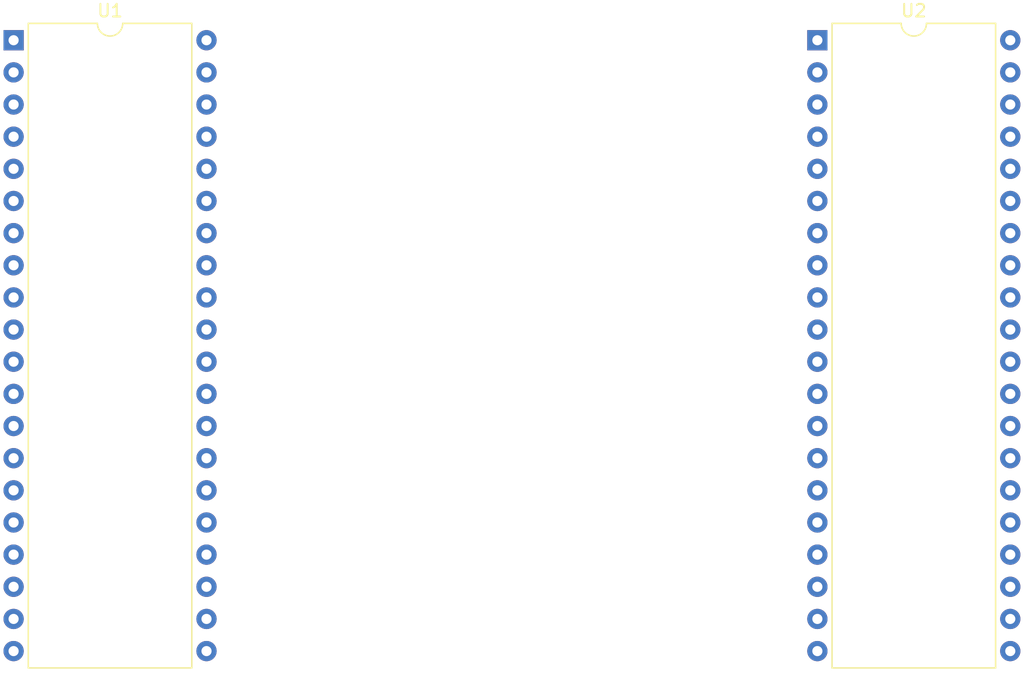
<source format=kicad_pcb>
(kicad_pcb (version 20211014) (generator pcbnew)
  (layers (0 "F.Cu" signal) (31 "B.Cu" signal) (34 "B.Paste" user) (35 "F.Paste" user) (36 "B.SilkS" user "B.Silkscreen") (37 "F.SilkS" user "F.Silkscreen") (38 "B.Mask" user) (39 "F.Mask" user) (44 "Edge.Cuts" user))
  (net 0 "")
  (net 2 "VDD")
  (net 8 "GND")
  (net 47 "/A0")
  (net 48 "/A1")
  (net 49 "/A2")
  (net 50 "/A3")
  (net 51 "/A4")
  (net 52 "/A5")
  (net 53 "/A6")
  (net 54 "/A7")
  (net 55 "/A8")
  (net 56 "/A9")
  (net 57 "/A10")
  (net 58 "/A11")
  (net 59 "/A12")
  (net 60 "/A13")
  (net 61 "/A14")
  (net 62 "/A15")
  (net 63 "/D7")
  (net 64 "/D6")
  (net 65 "/D5")
  (net 66 "/D4")
  (net 67 "/D3")
  (net 68 "/D2")
  (net 69 "/D1")
  (net 70 "/D0")
  (footprint "Package_DIP:DIP-40_W15.24mm" (layer "F.Cu") (at 111.76 58.42)
    (fp_text reference "U2" (at 7.62 -2.33) (layer "F.SilkS"))
    (fp_text value "W65C22NxP")
    (fp_line (start 14.08 49.59) (end 14.08 -1.33) (layer "F.SilkS") (width 0.12))
    (fp_line (start 1.16 49.59) (end 14.08 49.59) (layer "F.SilkS") (width 0.12))
    (fp_line (start 1.16 -1.33) (end 1.16 49.59) (layer "F.SilkS") (width 0.12))
    (fp_line (start 6.62 -1.33) (end 1.16 -1.33) (layer "F.SilkS") (width 0.12))
    (fp_line (start 14.08 -1.33) (end 8.62 -1.33) (layer "F.SilkS") (width 0.12))
    (fp_arc (start 8.62 -1.33) (mid 7.62 -0.33) (end 6.62 -1.33) (layer "F.SilkS") (width 0.12))
    (pad "1" thru_hole rect locked (at 0 0) (size 1.6 1.6) (drill 0.8) (layers *.Cu *.Mask) (net 8 "GND"))
    (pad "2" thru_hole oval locked (at 0 2.54) (size 1.6 1.6) (drill 0.8) (layers *.Cu *.Mask))
    (pad "3" thru_hole oval locked (at 0 5.08) (size 1.6 1.6) (drill 0.8) (layers *.Cu *.Mask))
    (pad "4" thru_hole oval locked (at 0 7.62) (size 1.6 1.6) (drill 0.8) (layers *.Cu *.Mask))
    (pad "5" thru_hole oval locked (at 0 10.16) (size 1.6 1.6) (drill 0.8) (layers *.Cu *.Mask))
    (pad "6" thru_hole oval locked (at 0 12.7) (size 1.6 1.6) (drill 0.8) (layers *.Cu *.Mask))
    (pad "7" thru_hole oval locked (at 0 15.24) (size 1.6 1.6) (drill 0.8) (layers *.Cu *.Mask))
    (pad "8" thru_hole oval locked (at 0 17.78) (size 1.6 1.6) (drill 0.8) (layers *.Cu *.Mask))
    (pad "9" thru_hole oval locked (at 0 20.32) (size 1.6 1.6) (drill 0.8) (layers *.Cu *.Mask))
    (pad "10" thru_hole oval locked (at 0 22.86) (size 1.6 1.6) (drill 0.8) (layers *.Cu *.Mask))
    (pad "11" thru_hole oval locked (at 0 25.4) (size 1.6 1.6) (drill 0.8) (layers *.Cu *.Mask))
    (pad "12" thru_hole oval locked (at 0 27.94) (size 1.6 1.6) (drill 0.8) (layers *.Cu *.Mask))
    (pad "13" thru_hole oval locked (at 0 30.48) (size 1.6 1.6) (drill 0.8) (layers *.Cu *.Mask))
    (pad "14" thru_hole oval locked (at 0 33.02) (size 1.6 1.6) (drill 0.8) (layers *.Cu *.Mask))
    (pad "15" thru_hole oval locked (at 0 35.56) (size 1.6 1.6) (drill 0.8) (layers *.Cu *.Mask))
    (pad "16" thru_hole oval locked (at 0 38.1) (size 1.6 1.6) (drill 0.8) (layers *.Cu *.Mask))
    (pad "17" thru_hole oval locked (at 0 40.64) (size 1.6 1.6) (drill 0.8) (layers *.Cu *.Mask))
    (pad "18" thru_hole oval locked (at 0 43.18) (size 1.6 1.6) (drill 0.8) (layers *.Cu *.Mask))
    (pad "19" thru_hole oval locked (at 0 45.72) (size 1.6 1.6) (drill 0.8) (layers *.Cu *.Mask))
    (pad "20" thru_hole oval locked (at 0 48.26) (size 1.6 1.6) (drill 0.8) (layers *.Cu *.Mask) (net 2 "VDD"))
    (pad "21" thru_hole oval locked (at 15.24 48.26) (size 1.6 1.6) (drill 0.8) (layers *.Cu *.Mask))
    (pad "22" thru_hole oval locked (at 15.24 45.72) (size 1.6 1.6) (drill 0.8) (layers *.Cu *.Mask))
    (pad "23" thru_hole oval locked (at 15.24 43.18) (size 1.6 1.6) (drill 0.8) (layers *.Cu *.Mask))
    (pad "24" thru_hole oval locked (at 15.24 40.64) (size 1.6 1.6) (drill 0.8) (layers *.Cu *.Mask))
    (pad "25" thru_hole oval locked (at 15.24 38.1) (size 1.6 1.6) (drill 0.8) (layers *.Cu *.Mask))
    (pad "26" thru_hole oval locked (at 15.24 35.56) (size 1.6 1.6) (drill 0.8) (layers *.Cu *.Mask) (net 63 "/D7"))
    (pad "27" thru_hole oval locked (at 15.24 33.02) (size 1.6 1.6) (drill 0.8) (layers *.Cu *.Mask) (net 64 "/D6"))
    (pad "28" thru_hole oval locked (at 15.24 30.48) (size 1.6 1.6) (drill 0.8) (layers *.Cu *.Mask) (net 65 "/D5"))
    (pad "29" thru_hole oval locked (at 15.24 27.94) (size 1.6 1.6) (drill 0.8) (layers *.Cu *.Mask) (net 66 "/D4"))
    (pad "30" thru_hole oval locked (at 15.24 25.4) (size 1.6 1.6) (drill 0.8) (layers *.Cu *.Mask) (net 67 "/D3"))
    (pad "31" thru_hole oval locked (at 15.24 22.86) (size 1.6 1.6) (drill 0.8) (layers *.Cu *.Mask) (net 68 "/D2"))
    (pad "32" thru_hole oval locked (at 15.24 20.32) (size 1.6 1.6) (drill 0.8) (layers *.Cu *.Mask) (net 69 "/D1"))
    (pad "33" thru_hole oval locked (at 15.24 17.78) (size 1.6 1.6) (drill 0.8) (layers *.Cu *.Mask) (net 70 "/D0"))
    (pad "34" thru_hole oval locked (at 15.24 15.24) (size 1.6 1.6) (drill 0.8) (layers *.Cu *.Mask))
    (pad "35" thru_hole oval locked (at 15.24 12.7) (size 1.6 1.6) (drill 0.8) (layers *.Cu *.Mask))
    (pad "36" thru_hole oval locked (at 15.24 10.16) (size 1.6 1.6) (drill 0.8) (layers *.Cu *.Mask))
    (pad "37" thru_hole oval locked (at 15.24 7.62) (size 1.6 1.6) (drill 0.8) (layers *.Cu *.Mask))
    (pad "38" thru_hole oval locked (at 15.24 5.08) (size 1.6 1.6) (drill 0.8) (layers *.Cu *.Mask))
    (pad "39" thru_hole oval locked (at 15.24 2.54) (size 1.6 1.6) (drill 0.8) (layers *.Cu *.Mask))
    (pad "40" thru_hole oval locked (at 15.24 0) (size 1.6 1.6) (drill 0.8) (layers *.Cu *.Mask))
  )
  (footprint "Package_DIP:DIP-40_W15.24mm" (layer "F.Cu") (at 48.26 58.42)
    (fp_text reference "U1" (at 7.62 -2.33) (layer "F.SilkS"))
    (fp_text value "W65C02SxP")
    (fp_line (start 6.62 -1.33) (end 1.16 -1.33) (layer "F.SilkS") (width 0.12))
    (fp_line (start 14.08 -1.33) (end 8.62 -1.33) (layer "F.SilkS") (width 0.12))
    (fp_line (start 14.08 49.59) (end 14.08 -1.33) (layer "F.SilkS") (width 0.12))
    (fp_line (start 1.16 -1.33) (end 1.16 49.59) (layer "F.SilkS") (width 0.12))
    (fp_line (start 1.16 49.59) (end 14.08 49.59) (layer "F.SilkS") (width 0.12))
    (fp_arc (start 8.62 -1.33) (mid 7.62 -0.33) (end 6.62 -1.33) (layer "F.SilkS") (width 0.12))
    (pad "1" thru_hole rect locked (at 0 0) (size 1.6 1.6) (drill 0.8) (layers *.Cu *.Mask))
    (pad "2" thru_hole oval locked (at 0 2.54) (size 1.6 1.6) (drill 0.8) (layers *.Cu *.Mask))
    (pad "3" thru_hole oval locked (at 0 5.08) (size 1.6 1.6) (drill 0.8) (layers *.Cu *.Mask))
    (pad "4" thru_hole oval locked (at 0 7.62) (size 1.6 1.6) (drill 0.8) (layers *.Cu *.Mask))
    (pad "5" thru_hole oval locked (at 0 10.16) (size 1.6 1.6) (drill 0.8) (layers *.Cu *.Mask))
    (pad "6" thru_hole oval locked (at 0 12.7) (size 1.6 1.6) (drill 0.8) (layers *.Cu *.Mask))
    (pad "7" thru_hole oval locked (at 0 15.24) (size 1.6 1.6) (drill 0.8) (layers *.Cu *.Mask))
    (pad "8" thru_hole oval locked (at 0 17.78) (size 1.6 1.6) (drill 0.8) (layers *.Cu *.Mask) (net 2 "VDD"))
    (pad "9" thru_hole oval locked (at 0 20.32) (size 1.6 1.6) (drill 0.8) (layers *.Cu *.Mask) (net 47 "/A0"))
    (pad "10" thru_hole oval locked (at 0 22.86) (size 1.6 1.6) (drill 0.8) (layers *.Cu *.Mask) (net 48 "/A1"))
    (pad "11" thru_hole oval locked (at 0 25.4) (size 1.6 1.6) (drill 0.8) (layers *.Cu *.Mask) (net 49 "/A2"))
    (pad "12" thru_hole oval locked (at 0 27.94) (size 1.6 1.6) (drill 0.8) (layers *.Cu *.Mask) (net 50 "/A3"))
    (pad "13" thru_hole oval locked (at 0 30.48) (size 1.6 1.6) (drill 0.8) (layers *.Cu *.Mask) (net 51 "/A4"))
    (pad "14" thru_hole oval locked (at 0 33.02) (size 1.6 1.6) (drill 0.8) (layers *.Cu *.Mask) (net 52 "/A5"))
    (pad "15" thru_hole oval locked (at 0 35.56) (size 1.6 1.6) (drill 0.8) (layers *.Cu *.Mask) (net 53 "/A6"))
    (pad "16" thru_hole oval locked (at 0 38.1) (size 1.6 1.6) (drill 0.8) (layers *.Cu *.Mask) (net 54 "/A7"))
    (pad "17" thru_hole oval locked (at 0 40.64) (size 1.6 1.6) (drill 0.8) (layers *.Cu *.Mask) (net 55 "/A8"))
    (pad "18" thru_hole oval locked (at 0 43.18) (size 1.6 1.6) (drill 0.8) (layers *.Cu *.Mask) (net 56 "/A9"))
    (pad "19" thru_hole oval locked (at 0 45.72) (size 1.6 1.6) (drill 0.8) (layers *.Cu *.Mask) (net 57 "/A10"))
    (pad "20" thru_hole oval locked (at 0 48.26) (size 1.6 1.6) (drill 0.8) (layers *.Cu *.Mask) (net 58 "/A11"))
    (pad "21" thru_hole oval locked (at 15.24 48.26) (size 1.6 1.6) (drill 0.8) (layers *.Cu *.Mask) (net 8 "GND"))
    (pad "22" thru_hole oval locked (at 15.24 45.72) (size 1.6 1.6) (drill 0.8) (layers *.Cu *.Mask) (net 59 "/A12"))
    (pad "23" thru_hole oval locked (at 15.24 43.18) (size 1.6 1.6) (drill 0.8) (layers *.Cu *.Mask) (net 60 "/A13"))
    (pad "24" thru_hole oval locked (at 15.24 40.64) (size 1.6 1.6) (drill 0.8) (layers *.Cu *.Mask) (net 61 "/A14"))
    (pad "25" thru_hole oval locked (at 15.24 38.1) (size 1.6 1.6) (drill 0.8) (layers *.Cu *.Mask) (net 62 "/A15"))
    (pad "26" thru_hole oval locked (at 15.24 35.56) (size 1.6 1.6) (drill 0.8) (layers *.Cu *.Mask) (net 63 "/D7"))
    (pad "27" thru_hole oval locked (at 15.24 33.02) (size 1.6 1.6) (drill 0.8) (layers *.Cu *.Mask) (net 64 "/D6"))
    (pad "28" thru_hole oval locked (at 15.24 30.48) (size 1.6 1.6) (drill 0.8) (layers *.Cu *.Mask) (net 65 "/D5"))
    (pad "29" thru_hole oval locked (at 15.24 27.94) (size 1.6 1.6) (drill 0.8) (layers *.Cu *.Mask) (net 66 "/D4"))
    (pad "30" thru_hole oval locked (at 15.24 25.4) (size 1.6 1.6) (drill 0.8) (layers *.Cu *.Mask) (net 67 "/D3"))
    (pad "31" thru_hole oval locked (at 15.24 22.86) (size 1.6 1.6) (drill 0.8) (layers *.Cu *.Mask) (net 68 "/D2"))
    (pad "32" thru_hole oval locked (at 15.24 20.32) (size 1.6 1.6) (drill 0.8) (layers *.Cu *.Mask) (net 69 "/D1"))
    (pad "33" thru_hole oval locked (at 15.24 17.78) (size 1.6 1.6) (drill 0.8) (layers *.Cu *.Mask) (net 70 "/D0"))
    (pad "34" thru_hole oval locked (at 15.24 15.24) (size 1.6 1.6) (drill 0.8) (layers *.Cu *.Mask))
    (pad "35" thru_hole oval locked (at 15.24 12.7) (size 1.6 1.6) (drill 0.8) (layers *.Cu *.Mask))
    (pad "36" thru_hole oval locked (at 15.24 10.16) (size 1.6 1.6) (drill 0.8) (layers *.Cu *.Mask))
    (pad "37" thru_hole oval locked (at 15.24 7.62) (size 1.6 1.6) (drill 0.8) (layers *.Cu *.Mask))
    (pad "38" thru_hole oval locked (at 15.24 5.08) (size 1.6 1.6) (drill 0.8) (layers *.Cu *.Mask))
    (pad "39" thru_hole oval locked (at 15.24 2.54) (size 1.6 1.6) (drill 0.8) (layers *.Cu *.Mask))
    (pad "40" thru_hole oval locked (at 15.24 0) (size 1.6 1.6) (drill 0.8) (layers *.Cu *.Mask))
  )
)
</source>
